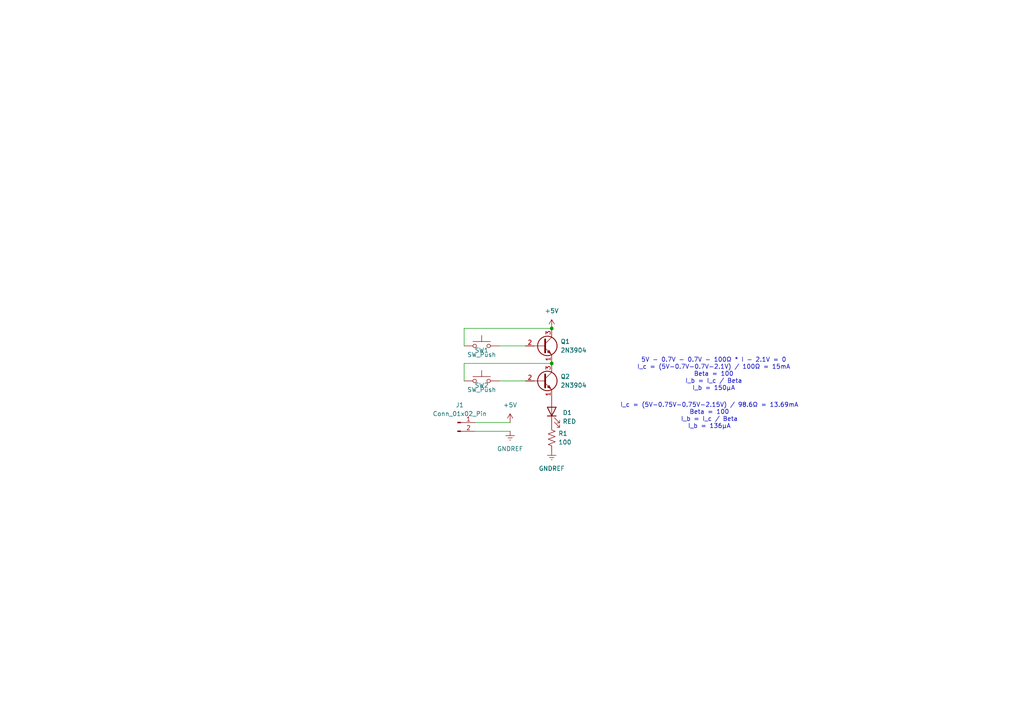
<source format=kicad_sch>
(kicad_sch
	(version 20250114)
	(generator "eeschema")
	(generator_version "9.0")
	(uuid "7898c309-9a02-4e5e-9166-a71ff5c245f6")
	(paper "A4")
	(lib_symbols
		(symbol "Connector:Conn_01x02_Pin"
			(pin_names
				(offset 1.016)
				(hide yes)
			)
			(exclude_from_sim no)
			(in_bom yes)
			(on_board yes)
			(property "Reference" "J"
				(at 0 2.54 0)
				(effects
					(font
						(size 1.27 1.27)
					)
				)
			)
			(property "Value" "Conn_01x02_Pin"
				(at 0 -5.08 0)
				(effects
					(font
						(size 1.27 1.27)
					)
				)
			)
			(property "Footprint" ""
				(at 0 0 0)
				(effects
					(font
						(size 1.27 1.27)
					)
					(hide yes)
				)
			)
			(property "Datasheet" "~"
				(at 0 0 0)
				(effects
					(font
						(size 1.27 1.27)
					)
					(hide yes)
				)
			)
			(property "Description" "Generic connector, single row, 01x02, script generated"
				(at 0 0 0)
				(effects
					(font
						(size 1.27 1.27)
					)
					(hide yes)
				)
			)
			(property "ki_locked" ""
				(at 0 0 0)
				(effects
					(font
						(size 1.27 1.27)
					)
				)
			)
			(property "ki_keywords" "connector"
				(at 0 0 0)
				(effects
					(font
						(size 1.27 1.27)
					)
					(hide yes)
				)
			)
			(property "ki_fp_filters" "Connector*:*_1x??_*"
				(at 0 0 0)
				(effects
					(font
						(size 1.27 1.27)
					)
					(hide yes)
				)
			)
			(symbol "Conn_01x02_Pin_1_1"
				(rectangle
					(start 0.8636 0.127)
					(end 0 -0.127)
					(stroke
						(width 0.1524)
						(type default)
					)
					(fill
						(type outline)
					)
				)
				(rectangle
					(start 0.8636 -2.413)
					(end 0 -2.667)
					(stroke
						(width 0.1524)
						(type default)
					)
					(fill
						(type outline)
					)
				)
				(polyline
					(pts
						(xy 1.27 0) (xy 0.8636 0)
					)
					(stroke
						(width 0.1524)
						(type default)
					)
					(fill
						(type none)
					)
				)
				(polyline
					(pts
						(xy 1.27 -2.54) (xy 0.8636 -2.54)
					)
					(stroke
						(width 0.1524)
						(type default)
					)
					(fill
						(type none)
					)
				)
				(pin passive line
					(at 5.08 0 180)
					(length 3.81)
					(name "Pin_1"
						(effects
							(font
								(size 1.27 1.27)
							)
						)
					)
					(number "1"
						(effects
							(font
								(size 1.27 1.27)
							)
						)
					)
				)
				(pin passive line
					(at 5.08 -2.54 180)
					(length 3.81)
					(name "Pin_2"
						(effects
							(font
								(size 1.27 1.27)
							)
						)
					)
					(number "2"
						(effects
							(font
								(size 1.27 1.27)
							)
						)
					)
				)
			)
			(embedded_fonts no)
		)
		(symbol "Device:LED"
			(pin_numbers
				(hide yes)
			)
			(pin_names
				(offset 1.016)
				(hide yes)
			)
			(exclude_from_sim no)
			(in_bom yes)
			(on_board yes)
			(property "Reference" "D"
				(at 0 2.54 0)
				(effects
					(font
						(size 1.27 1.27)
					)
				)
			)
			(property "Value" "LED"
				(at 0 -2.54 0)
				(effects
					(font
						(size 1.27 1.27)
					)
				)
			)
			(property "Footprint" ""
				(at 0 0 0)
				(effects
					(font
						(size 1.27 1.27)
					)
					(hide yes)
				)
			)
			(property "Datasheet" "~"
				(at 0 0 0)
				(effects
					(font
						(size 1.27 1.27)
					)
					(hide yes)
				)
			)
			(property "Description" "Light emitting diode"
				(at 0 0 0)
				(effects
					(font
						(size 1.27 1.27)
					)
					(hide yes)
				)
			)
			(property "Sim.Pins" "1=K 2=A"
				(at 0 0 0)
				(effects
					(font
						(size 1.27 1.27)
					)
					(hide yes)
				)
			)
			(property "ki_keywords" "LED diode"
				(at 0 0 0)
				(effects
					(font
						(size 1.27 1.27)
					)
					(hide yes)
				)
			)
			(property "ki_fp_filters" "LED* LED_SMD:* LED_THT:*"
				(at 0 0 0)
				(effects
					(font
						(size 1.27 1.27)
					)
					(hide yes)
				)
			)
			(symbol "LED_0_1"
				(polyline
					(pts
						(xy -3.048 -0.762) (xy -4.572 -2.286) (xy -3.81 -2.286) (xy -4.572 -2.286) (xy -4.572 -1.524)
					)
					(stroke
						(width 0)
						(type default)
					)
					(fill
						(type none)
					)
				)
				(polyline
					(pts
						(xy -1.778 -0.762) (xy -3.302 -2.286) (xy -2.54 -2.286) (xy -3.302 -2.286) (xy -3.302 -1.524)
					)
					(stroke
						(width 0)
						(type default)
					)
					(fill
						(type none)
					)
				)
				(polyline
					(pts
						(xy -1.27 0) (xy 1.27 0)
					)
					(stroke
						(width 0)
						(type default)
					)
					(fill
						(type none)
					)
				)
				(polyline
					(pts
						(xy -1.27 -1.27) (xy -1.27 1.27)
					)
					(stroke
						(width 0.254)
						(type default)
					)
					(fill
						(type none)
					)
				)
				(polyline
					(pts
						(xy 1.27 -1.27) (xy 1.27 1.27) (xy -1.27 0) (xy 1.27 -1.27)
					)
					(stroke
						(width 0.254)
						(type default)
					)
					(fill
						(type none)
					)
				)
			)
			(symbol "LED_1_1"
				(pin passive line
					(at -3.81 0 0)
					(length 2.54)
					(name "K"
						(effects
							(font
								(size 1.27 1.27)
							)
						)
					)
					(number "1"
						(effects
							(font
								(size 1.27 1.27)
							)
						)
					)
				)
				(pin passive line
					(at 3.81 0 180)
					(length 2.54)
					(name "A"
						(effects
							(font
								(size 1.27 1.27)
							)
						)
					)
					(number "2"
						(effects
							(font
								(size 1.27 1.27)
							)
						)
					)
				)
			)
			(embedded_fonts no)
		)
		(symbol "Device:R_US"
			(pin_numbers
				(hide yes)
			)
			(pin_names
				(offset 0)
			)
			(exclude_from_sim no)
			(in_bom yes)
			(on_board yes)
			(property "Reference" "R"
				(at 2.54 0 90)
				(effects
					(font
						(size 1.27 1.27)
					)
				)
			)
			(property "Value" "R_US"
				(at -2.54 0 90)
				(effects
					(font
						(size 1.27 1.27)
					)
				)
			)
			(property "Footprint" ""
				(at 1.016 -0.254 90)
				(effects
					(font
						(size 1.27 1.27)
					)
					(hide yes)
				)
			)
			(property "Datasheet" "~"
				(at 0 0 0)
				(effects
					(font
						(size 1.27 1.27)
					)
					(hide yes)
				)
			)
			(property "Description" "Resistor, US symbol"
				(at 0 0 0)
				(effects
					(font
						(size 1.27 1.27)
					)
					(hide yes)
				)
			)
			(property "ki_keywords" "R res resistor"
				(at 0 0 0)
				(effects
					(font
						(size 1.27 1.27)
					)
					(hide yes)
				)
			)
			(property "ki_fp_filters" "R_*"
				(at 0 0 0)
				(effects
					(font
						(size 1.27 1.27)
					)
					(hide yes)
				)
			)
			(symbol "R_US_0_1"
				(polyline
					(pts
						(xy 0 2.286) (xy 0 2.54)
					)
					(stroke
						(width 0)
						(type default)
					)
					(fill
						(type none)
					)
				)
				(polyline
					(pts
						(xy 0 2.286) (xy 1.016 1.905) (xy 0 1.524) (xy -1.016 1.143) (xy 0 0.762)
					)
					(stroke
						(width 0)
						(type default)
					)
					(fill
						(type none)
					)
				)
				(polyline
					(pts
						(xy 0 0.762) (xy 1.016 0.381) (xy 0 0) (xy -1.016 -0.381) (xy 0 -0.762)
					)
					(stroke
						(width 0)
						(type default)
					)
					(fill
						(type none)
					)
				)
				(polyline
					(pts
						(xy 0 -0.762) (xy 1.016 -1.143) (xy 0 -1.524) (xy -1.016 -1.905) (xy 0 -2.286)
					)
					(stroke
						(width 0)
						(type default)
					)
					(fill
						(type none)
					)
				)
				(polyline
					(pts
						(xy 0 -2.286) (xy 0 -2.54)
					)
					(stroke
						(width 0)
						(type default)
					)
					(fill
						(type none)
					)
				)
			)
			(symbol "R_US_1_1"
				(pin passive line
					(at 0 3.81 270)
					(length 1.27)
					(name "~"
						(effects
							(font
								(size 1.27 1.27)
							)
						)
					)
					(number "1"
						(effects
							(font
								(size 1.27 1.27)
							)
						)
					)
				)
				(pin passive line
					(at 0 -3.81 90)
					(length 1.27)
					(name "~"
						(effects
							(font
								(size 1.27 1.27)
							)
						)
					)
					(number "2"
						(effects
							(font
								(size 1.27 1.27)
							)
						)
					)
				)
			)
			(embedded_fonts no)
		)
		(symbol "Switch:SW_Push"
			(pin_numbers
				(hide yes)
			)
			(pin_names
				(offset 1.016)
				(hide yes)
			)
			(exclude_from_sim no)
			(in_bom yes)
			(on_board yes)
			(property "Reference" "SW"
				(at 1.27 2.54 0)
				(effects
					(font
						(size 1.27 1.27)
					)
					(justify left)
				)
			)
			(property "Value" "SW_Push"
				(at 0 -1.524 0)
				(effects
					(font
						(size 1.27 1.27)
					)
				)
			)
			(property "Footprint" ""
				(at 0 5.08 0)
				(effects
					(font
						(size 1.27 1.27)
					)
					(hide yes)
				)
			)
			(property "Datasheet" "~"
				(at 0 5.08 0)
				(effects
					(font
						(size 1.27 1.27)
					)
					(hide yes)
				)
			)
			(property "Description" "Push button switch, generic, two pins"
				(at 0 0 0)
				(effects
					(font
						(size 1.27 1.27)
					)
					(hide yes)
				)
			)
			(property "ki_keywords" "switch normally-open pushbutton push-button"
				(at 0 0 0)
				(effects
					(font
						(size 1.27 1.27)
					)
					(hide yes)
				)
			)
			(symbol "SW_Push_0_1"
				(circle
					(center -2.032 0)
					(radius 0.508)
					(stroke
						(width 0)
						(type default)
					)
					(fill
						(type none)
					)
				)
				(polyline
					(pts
						(xy 0 1.27) (xy 0 3.048)
					)
					(stroke
						(width 0)
						(type default)
					)
					(fill
						(type none)
					)
				)
				(circle
					(center 2.032 0)
					(radius 0.508)
					(stroke
						(width 0)
						(type default)
					)
					(fill
						(type none)
					)
				)
				(polyline
					(pts
						(xy 2.54 1.27) (xy -2.54 1.27)
					)
					(stroke
						(width 0)
						(type default)
					)
					(fill
						(type none)
					)
				)
				(pin passive line
					(at -5.08 0 0)
					(length 2.54)
					(name "1"
						(effects
							(font
								(size 1.27 1.27)
							)
						)
					)
					(number "1"
						(effects
							(font
								(size 1.27 1.27)
							)
						)
					)
				)
				(pin passive line
					(at 5.08 0 180)
					(length 2.54)
					(name "2"
						(effects
							(font
								(size 1.27 1.27)
							)
						)
					)
					(number "2"
						(effects
							(font
								(size 1.27 1.27)
							)
						)
					)
				)
			)
			(embedded_fonts no)
		)
		(symbol "Transistor_BJT:2N3904"
			(pin_names
				(offset 0)
				(hide yes)
			)
			(exclude_from_sim no)
			(in_bom yes)
			(on_board yes)
			(property "Reference" "Q"
				(at 5.08 1.905 0)
				(effects
					(font
						(size 1.27 1.27)
					)
					(justify left)
				)
			)
			(property "Value" "2N3904"
				(at 5.08 0 0)
				(effects
					(font
						(size 1.27 1.27)
					)
					(justify left)
				)
			)
			(property "Footprint" "Package_TO_SOT_THT:TO-92_Inline"
				(at 5.08 -1.905 0)
				(effects
					(font
						(size 1.27 1.27)
						(italic yes)
					)
					(justify left)
					(hide yes)
				)
			)
			(property "Datasheet" "https://www.onsemi.com/pub/Collateral/2N3903-D.PDF"
				(at 0 0 0)
				(effects
					(font
						(size 1.27 1.27)
					)
					(justify left)
					(hide yes)
				)
			)
			(property "Description" "0.2A Ic, 40V Vce, Small Signal NPN Transistor, TO-92"
				(at 0 0 0)
				(effects
					(font
						(size 1.27 1.27)
					)
					(hide yes)
				)
			)
			(property "ki_keywords" "NPN Transistor"
				(at 0 0 0)
				(effects
					(font
						(size 1.27 1.27)
					)
					(hide yes)
				)
			)
			(property "ki_fp_filters" "TO?92*"
				(at 0 0 0)
				(effects
					(font
						(size 1.27 1.27)
					)
					(hide yes)
				)
			)
			(symbol "2N3904_0_1"
				(polyline
					(pts
						(xy -2.54 0) (xy 0.635 0)
					)
					(stroke
						(width 0)
						(type default)
					)
					(fill
						(type none)
					)
				)
				(polyline
					(pts
						(xy 0.635 1.905) (xy 0.635 -1.905)
					)
					(stroke
						(width 0.508)
						(type default)
					)
					(fill
						(type none)
					)
				)
				(circle
					(center 1.27 0)
					(radius 2.8194)
					(stroke
						(width 0.254)
						(type default)
					)
					(fill
						(type none)
					)
				)
			)
			(symbol "2N3904_1_1"
				(polyline
					(pts
						(xy 0.635 0.635) (xy 2.54 2.54)
					)
					(stroke
						(width 0)
						(type default)
					)
					(fill
						(type none)
					)
				)
				(polyline
					(pts
						(xy 0.635 -0.635) (xy 2.54 -2.54)
					)
					(stroke
						(width 0)
						(type default)
					)
					(fill
						(type none)
					)
				)
				(polyline
					(pts
						(xy 1.27 -1.778) (xy 1.778 -1.27) (xy 2.286 -2.286) (xy 1.27 -1.778)
					)
					(stroke
						(width 0)
						(type default)
					)
					(fill
						(type outline)
					)
				)
				(pin input line
					(at -5.08 0 0)
					(length 2.54)
					(name "B"
						(effects
							(font
								(size 1.27 1.27)
							)
						)
					)
					(number "2"
						(effects
							(font
								(size 1.27 1.27)
							)
						)
					)
				)
				(pin passive line
					(at 2.54 5.08 270)
					(length 2.54)
					(name "C"
						(effects
							(font
								(size 1.27 1.27)
							)
						)
					)
					(number "3"
						(effects
							(font
								(size 1.27 1.27)
							)
						)
					)
				)
				(pin passive line
					(at 2.54 -5.08 90)
					(length 2.54)
					(name "E"
						(effects
							(font
								(size 1.27 1.27)
							)
						)
					)
					(number "1"
						(effects
							(font
								(size 1.27 1.27)
							)
						)
					)
				)
			)
			(embedded_fonts no)
		)
		(symbol "power:GNDREF"
			(power)
			(pin_numbers
				(hide yes)
			)
			(pin_names
				(offset 0)
				(hide yes)
			)
			(exclude_from_sim no)
			(in_bom yes)
			(on_board yes)
			(property "Reference" "#PWR"
				(at 0 -6.35 0)
				(effects
					(font
						(size 1.27 1.27)
					)
					(hide yes)
				)
			)
			(property "Value" "GNDREF"
				(at 0 -3.81 0)
				(effects
					(font
						(size 1.27 1.27)
					)
				)
			)
			(property "Footprint" ""
				(at 0 0 0)
				(effects
					(font
						(size 1.27 1.27)
					)
					(hide yes)
				)
			)
			(property "Datasheet" ""
				(at 0 0 0)
				(effects
					(font
						(size 1.27 1.27)
					)
					(hide yes)
				)
			)
			(property "Description" "Power symbol creates a global label with name \"GNDREF\" , reference supply ground"
				(at 0 0 0)
				(effects
					(font
						(size 1.27 1.27)
					)
					(hide yes)
				)
			)
			(property "ki_keywords" "global power"
				(at 0 0 0)
				(effects
					(font
						(size 1.27 1.27)
					)
					(hide yes)
				)
			)
			(symbol "GNDREF_0_1"
				(polyline
					(pts
						(xy -0.635 -1.905) (xy 0.635 -1.905)
					)
					(stroke
						(width 0)
						(type default)
					)
					(fill
						(type none)
					)
				)
				(polyline
					(pts
						(xy -0.127 -2.54) (xy 0.127 -2.54)
					)
					(stroke
						(width 0)
						(type default)
					)
					(fill
						(type none)
					)
				)
				(polyline
					(pts
						(xy 0 -1.27) (xy 0 0)
					)
					(stroke
						(width 0)
						(type default)
					)
					(fill
						(type none)
					)
				)
				(polyline
					(pts
						(xy 1.27 -1.27) (xy -1.27 -1.27)
					)
					(stroke
						(width 0)
						(type default)
					)
					(fill
						(type none)
					)
				)
			)
			(symbol "GNDREF_1_1"
				(pin power_in line
					(at 0 0 270)
					(length 0)
					(name "~"
						(effects
							(font
								(size 1.27 1.27)
							)
						)
					)
					(number "1"
						(effects
							(font
								(size 1.27 1.27)
							)
						)
					)
				)
			)
			(embedded_fonts no)
		)
		(symbol "power:VCC"
			(power)
			(pin_numbers
				(hide yes)
			)
			(pin_names
				(offset 0)
				(hide yes)
			)
			(exclude_from_sim no)
			(in_bom yes)
			(on_board yes)
			(property "Reference" "#PWR"
				(at 0 -3.81 0)
				(effects
					(font
						(size 1.27 1.27)
					)
					(hide yes)
				)
			)
			(property "Value" "VCC"
				(at 0 3.556 0)
				(effects
					(font
						(size 1.27 1.27)
					)
				)
			)
			(property "Footprint" ""
				(at 0 0 0)
				(effects
					(font
						(size 1.27 1.27)
					)
					(hide yes)
				)
			)
			(property "Datasheet" ""
				(at 0 0 0)
				(effects
					(font
						(size 1.27 1.27)
					)
					(hide yes)
				)
			)
			(property "Description" "Power symbol creates a global label with name \"VCC\""
				(at 0 0 0)
				(effects
					(font
						(size 1.27 1.27)
					)
					(hide yes)
				)
			)
			(property "ki_keywords" "global power"
				(at 0 0 0)
				(effects
					(font
						(size 1.27 1.27)
					)
					(hide yes)
				)
			)
			(symbol "VCC_0_1"
				(polyline
					(pts
						(xy -0.762 1.27) (xy 0 2.54)
					)
					(stroke
						(width 0)
						(type default)
					)
					(fill
						(type none)
					)
				)
				(polyline
					(pts
						(xy 0 2.54) (xy 0.762 1.27)
					)
					(stroke
						(width 0)
						(type default)
					)
					(fill
						(type none)
					)
				)
				(polyline
					(pts
						(xy 0 0) (xy 0 2.54)
					)
					(stroke
						(width 0)
						(type default)
					)
					(fill
						(type none)
					)
				)
			)
			(symbol "VCC_1_1"
				(pin power_in line
					(at 0 0 90)
					(length 0)
					(name "~"
						(effects
							(font
								(size 1.27 1.27)
							)
						)
					)
					(number "1"
						(effects
							(font
								(size 1.27 1.27)
							)
						)
					)
				)
			)
			(embedded_fonts no)
		)
	)
	(text "I_c = (5V-0.75V-0.75V-2.15V) / 98.6Ω = 13.69mA\nBeta = 100\nI_b = I_c / Beta\nI_b = 136µA"
		(exclude_from_sim no)
		(at 205.74 120.65 0)
		(effects
			(font
				(size 1.27 1.27)
			)
		)
		(uuid "ea8c3007-e98a-42fe-b488-96d924a757a2")
	)
	(text "5V - 0.7V - 0.7V - 100Ω * I - 2.1V = 0\nI_c = (5V-0.7V-0.7V-2.1V) / 100Ω = 15mA\nBeta = 100\nI_b = I_c / Beta\nI_b = 150µA"
		(exclude_from_sim no)
		(at 207.01 108.585 0)
		(effects
			(font
				(size 1.27 1.27)
			)
		)
		(uuid "eddd9dfa-ea0e-48f1-b8f1-5225f2a6723f")
	)
	(junction
		(at 160.02 105.41)
		(diameter 0)
		(color 0 0 0 0)
		(uuid "0ef97038-02d5-4c18-b6a5-a3bdcc0d28ac")
	)
	(junction
		(at 160.02 95.25)
		(diameter 0)
		(color 0 0 0 0)
		(uuid "329a4cfa-5fc8-4f5b-9cd7-be4d754c00cc")
	)
	(wire
		(pts
			(xy 144.78 100.33) (xy 152.4 100.33)
		)
		(stroke
			(width 0)
			(type default)
		)
		(uuid "319d9ef3-75e6-42cb-a3a3-761d9bb9d42c")
	)
	(wire
		(pts
			(xy 134.62 100.33) (xy 134.62 95.25)
		)
		(stroke
			(width 0)
			(type default)
		)
		(uuid "6e685d71-acb1-4e73-92ec-62cbb8bee3ff")
	)
	(wire
		(pts
			(xy 137.795 125.095) (xy 147.955 125.095)
		)
		(stroke
			(width 0)
			(type default)
		)
		(uuid "8b0cd610-561d-49ca-bd1f-fed52582cd21")
	)
	(wire
		(pts
			(xy 134.62 105.41) (xy 160.02 105.41)
		)
		(stroke
			(width 0)
			(type default)
		)
		(uuid "9a7f869c-6d3b-44df-8cab-06a1fccf24b2")
	)
	(wire
		(pts
			(xy 134.62 105.41) (xy 134.62 110.49)
		)
		(stroke
			(width 0)
			(type default)
		)
		(uuid "9bfab227-2212-4952-a22d-ceb67df3d8a8")
	)
	(wire
		(pts
			(xy 134.62 95.25) (xy 160.02 95.25)
		)
		(stroke
			(width 0)
			(type default)
		)
		(uuid "c2359491-1bd3-400a-b5e8-1f8b8aca4923")
	)
	(wire
		(pts
			(xy 144.78 110.49) (xy 152.4 110.49)
		)
		(stroke
			(width 0)
			(type default)
		)
		(uuid "d5b36d2a-e96f-40de-95f1-b08f2ddadd7f")
	)
	(wire
		(pts
			(xy 137.795 122.555) (xy 147.955 122.555)
		)
		(stroke
			(width 0)
			(type default)
		)
		(uuid "eb87c870-4d17-485a-9aeb-1fd5eb658c7e")
	)
	(symbol
		(lib_id "Device:LED")
		(at 160.02 119.38 90)
		(unit 1)
		(exclude_from_sim no)
		(in_bom yes)
		(on_board yes)
		(dnp no)
		(fields_autoplaced yes)
		(uuid "04618c88-0ca6-43c7-bd11-e438f7d0f2ee")
		(property "Reference" "D1"
			(at 163.195 119.6975 90)
			(effects
				(font
					(size 1.27 1.27)
				)
				(justify right)
			)
		)
		(property "Value" "RED"
			(at 163.195 122.2375 90)
			(effects
				(font
					(size 1.27 1.27)
				)
				(justify right)
			)
		)
		(property "Footprint" "LED_THT:LED_D5.0mm"
			(at 160.02 119.38 0)
			(effects
				(font
					(size 1.27 1.27)
				)
				(hide yes)
			)
		)
		(property "Datasheet" "~"
			(at 160.02 119.38 0)
			(effects
				(font
					(size 1.27 1.27)
				)
				(hide yes)
			)
		)
		(property "Description" "Light emitting diode"
			(at 160.02 119.38 0)
			(effects
				(font
					(size 1.27 1.27)
				)
				(hide yes)
			)
		)
		(property "Sim.Pins" "1=K 2=A"
			(at 160.02 119.38 0)
			(effects
				(font
					(size 1.27 1.27)
				)
				(hide yes)
			)
		)
		(pin "1"
			(uuid "8cf761ba-7412-4834-bed1-9edec4caba55")
		)
		(pin "2"
			(uuid "d2321e13-5787-4590-bf1a-33fc7f636545")
		)
		(instances
			(project ""
				(path "/7898c309-9a02-4e5e-9166-a71ff5c245f6"
					(reference "D1")
					(unit 1)
				)
			)
		)
	)
	(symbol
		(lib_id "power:VCC")
		(at 147.955 122.555 0)
		(unit 1)
		(exclude_from_sim no)
		(in_bom yes)
		(on_board yes)
		(dnp no)
		(fields_autoplaced yes)
		(uuid "07e469a0-399f-41be-b8c2-6708ae9aa7a3")
		(property "Reference" "#PWR02"
			(at 147.955 126.365 0)
			(effects
				(font
					(size 1.27 1.27)
				)
				(hide yes)
			)
		)
		(property "Value" "+5V"
			(at 147.955 117.475 0)
			(effects
				(font
					(size 1.27 1.27)
				)
			)
		)
		(property "Footprint" ""
			(at 147.955 122.555 0)
			(effects
				(font
					(size 1.27 1.27)
				)
				(hide yes)
			)
		)
		(property "Datasheet" ""
			(at 147.955 122.555 0)
			(effects
				(font
					(size 1.27 1.27)
				)
				(hide yes)
			)
		)
		(property "Description" "Power symbol creates a global label with name \"VCC\""
			(at 147.955 122.555 0)
			(effects
				(font
					(size 1.27 1.27)
				)
				(hide yes)
			)
		)
		(pin "1"
			(uuid "1b586ae3-c1fb-40b3-a022-041433d390d2")
		)
		(instances
			(project "IEEE Student Workshop 1"
				(path "/7898c309-9a02-4e5e-9166-a71ff5c245f6"
					(reference "#PWR02")
					(unit 1)
				)
			)
		)
	)
	(symbol
		(lib_id "Device:R_US")
		(at 160.02 127 180)
		(unit 1)
		(exclude_from_sim no)
		(in_bom yes)
		(on_board yes)
		(dnp no)
		(fields_autoplaced yes)
		(uuid "0b60ec6b-8d2f-418e-928d-c4c7df174d67")
		(property "Reference" "R1"
			(at 161.925 125.73 0)
			(effects
				(font
					(size 1.27 1.27)
				)
				(justify right)
			)
		)
		(property "Value" "100"
			(at 161.925 128.27 0)
			(effects
				(font
					(size 1.27 1.27)
				)
				(justify right)
			)
		)
		(property "Footprint" "Resistor_THT:R_Axial_DIN0207_L6.3mm_D2.5mm_P7.62mm_Horizontal"
			(at 159.004 126.746 90)
			(effects
				(font
					(size 1.27 1.27)
				)
				(hide yes)
			)
		)
		(property "Datasheet" "https://www.te.com/usa-en/product-5-1676123-1.datasheet.pdf"
			(at 160.02 127 0)
			(effects
				(font
					(size 1.27 1.27)
				)
				(hide yes)
			)
		)
		(property "Description" "Resistor, US symbol"
			(at 160.02 127 0)
			(effects
				(font
					(size 1.27 1.27)
				)
				(hide yes)
			)
		)
		(pin "1"
			(uuid "e32e7dca-e20d-49e0-81b2-b5a80d801ae8")
		)
		(pin "2"
			(uuid "bfca5fb6-65a3-4d6c-884e-06440680e17a")
		)
		(instances
			(project "IEEE Student Workshop 1"
				(path "/7898c309-9a02-4e5e-9166-a71ff5c245f6"
					(reference "R1")
					(unit 1)
				)
			)
		)
	)
	(symbol
		(lib_id "Switch:SW_Push")
		(at 139.7 100.33 0)
		(unit 1)
		(exclude_from_sim no)
		(in_bom yes)
		(on_board yes)
		(dnp no)
		(uuid "1a23a2d0-86af-45cf-baad-5b57e59d458a")
		(property "Reference" "SW1"
			(at 139.7 101.6 0)
			(effects
				(font
					(size 1.27 1.27)
				)
			)
		)
		(property "Value" "SW_Push"
			(at 139.7 102.87 0)
			(effects
				(font
					(size 1.27 1.27)
				)
			)
		)
		(property "Footprint" "Button_Switch_THT:SW_PUSH_6mm"
			(at 139.7 95.25 0)
			(effects
				(font
					(size 1.27 1.27)
				)
				(hide yes)
			)
		)
		(property "Datasheet" "~"
			(at 139.7 95.25 0)
			(effects
				(font
					(size 1.27 1.27)
				)
				(hide yes)
			)
		)
		(property "Description" "Push button switch, generic, two pins"
			(at 139.7 100.33 0)
			(effects
				(font
					(size 1.27 1.27)
				)
				(hide yes)
			)
		)
		(pin "2"
			(uuid "55d8e8e7-7964-46ae-bc44-e768b83b648a")
		)
		(pin "1"
			(uuid "bddc849a-3c3a-4357-ad76-f9848dbeaf87")
		)
		(instances
			(project "IEEE Student Workshop 1"
				(path "/7898c309-9a02-4e5e-9166-a71ff5c245f6"
					(reference "SW1")
					(unit 1)
				)
			)
		)
	)
	(symbol
		(lib_id "power:GNDREF")
		(at 160.02 130.81 0)
		(unit 1)
		(exclude_from_sim no)
		(in_bom yes)
		(on_board yes)
		(dnp no)
		(fields_autoplaced yes)
		(uuid "4b045059-66c5-4cc2-82db-6004683d8094")
		(property "Reference" "#PWR04"
			(at 160.02 137.16 0)
			(effects
				(font
					(size 1.27 1.27)
				)
				(hide yes)
			)
		)
		(property "Value" "GNDREF"
			(at 160.02 135.89 0)
			(effects
				(font
					(size 1.27 1.27)
				)
			)
		)
		(property "Footprint" ""
			(at 160.02 130.81 0)
			(effects
				(font
					(size 1.27 1.27)
				)
				(hide yes)
			)
		)
		(property "Datasheet" ""
			(at 160.02 130.81 0)
			(effects
				(font
					(size 1.27 1.27)
				)
				(hide yes)
			)
		)
		(property "Description" "Power symbol creates a global label with name \"GNDREF\" , reference supply ground"
			(at 160.02 130.81 0)
			(effects
				(font
					(size 1.27 1.27)
				)
				(hide yes)
			)
		)
		(pin "1"
			(uuid "cfb27512-3638-492e-a6f8-5724e69a1730")
		)
		(instances
			(project ""
				(path "/7898c309-9a02-4e5e-9166-a71ff5c245f6"
					(reference "#PWR04")
					(unit 1)
				)
			)
		)
	)
	(symbol
		(lib_id "Transistor_BJT:2N3904")
		(at 157.48 100.33 0)
		(unit 1)
		(exclude_from_sim no)
		(in_bom yes)
		(on_board yes)
		(dnp no)
		(fields_autoplaced yes)
		(uuid "55ca9184-f321-4f3f-b8b4-4d33c2e94fb0")
		(property "Reference" "Q1"
			(at 162.56 99.06 0)
			(effects
				(font
					(size 1.27 1.27)
				)
				(justify left)
			)
		)
		(property "Value" "2N3904"
			(at 162.56 101.6 0)
			(effects
				(font
					(size 1.27 1.27)
				)
				(justify left)
			)
		)
		(property "Footprint" "Package_TO_SOT_THT:TO-92_Inline"
			(at 162.56 102.235 0)
			(effects
				(font
					(size 1.27 1.27)
					(italic yes)
				)
				(justify left)
				(hide yes)
			)
		)
		(property "Datasheet" "https://diotec.com/request/datasheet/bc546.pdf"
			(at 157.48 100.33 0)
			(effects
				(font
					(size 1.27 1.27)
				)
				(justify left)
				(hide yes)
			)
		)
		(property "Description" "0.2A Ic, 40V Vce, Small Signal NPN Transistor, TO-92"
			(at 157.48 100.33 0)
			(effects
				(font
					(size 1.27 1.27)
				)
				(hide yes)
			)
		)
		(pin "1"
			(uuid "f1dd8127-e09f-43bf-8ff1-7f92cb12030d")
		)
		(pin "2"
			(uuid "165774f7-0ae1-4c13-8902-ce23bb76ce42")
		)
		(pin "3"
			(uuid "3af4d500-997e-40e5-9338-986eba4f4aad")
		)
		(instances
			(project ""
				(path "/7898c309-9a02-4e5e-9166-a71ff5c245f6"
					(reference "Q1")
					(unit 1)
				)
			)
		)
	)
	(symbol
		(lib_id "Transistor_BJT:2N3904")
		(at 157.48 110.49 0)
		(unit 1)
		(exclude_from_sim no)
		(in_bom yes)
		(on_board yes)
		(dnp no)
		(fields_autoplaced yes)
		(uuid "61660ace-185a-47b0-b866-93b8591b080e")
		(property "Reference" "Q2"
			(at 162.56 109.22 0)
			(effects
				(font
					(size 1.27 1.27)
				)
				(justify left)
			)
		)
		(property "Value" "2N3904"
			(at 162.56 111.76 0)
			(effects
				(font
					(size 1.27 1.27)
				)
				(justify left)
			)
		)
		(property "Footprint" "Package_TO_SOT_THT:TO-92_Inline"
			(at 162.56 112.395 0)
			(effects
				(font
					(size 1.27 1.27)
					(italic yes)
				)
				(justify left)
				(hide yes)
			)
		)
		(property "Datasheet" "https://diotec.com/request/datasheet/bc546.pdf"
			(at 157.48 110.49 0)
			(effects
				(font
					(size 1.27 1.27)
				)
				(justify left)
				(hide yes)
			)
		)
		(property "Description" "0.2A Ic, 40V Vce, Small Signal NPN Transistor, TO-92"
			(at 157.48 110.49 0)
			(effects
				(font
					(size 1.27 1.27)
				)
				(hide yes)
			)
		)
		(pin "1"
			(uuid "02a95449-ce96-47fb-a6b6-91d4dc44dfc9")
		)
		(pin "2"
			(uuid "4e6844fb-53fc-461a-abea-7ad39e07dbe1")
		)
		(pin "3"
			(uuid "ea371c03-c8f5-4701-a517-70a8f7f825ef")
		)
		(instances
			(project "IEEE Student Workshop 1"
				(path "/7898c309-9a02-4e5e-9166-a71ff5c245f6"
					(reference "Q2")
					(unit 1)
				)
			)
		)
	)
	(symbol
		(lib_id "power:VCC")
		(at 160.02 95.25 0)
		(unit 1)
		(exclude_from_sim no)
		(in_bom yes)
		(on_board yes)
		(dnp no)
		(fields_autoplaced yes)
		(uuid "647761d9-db5a-4566-ae73-1eeb1a021e44")
		(property "Reference" "#PWR01"
			(at 160.02 99.06 0)
			(effects
				(font
					(size 1.27 1.27)
				)
				(hide yes)
			)
		)
		(property "Value" "+5V"
			(at 160.02 90.17 0)
			(effects
				(font
					(size 1.27 1.27)
				)
			)
		)
		(property "Footprint" ""
			(at 160.02 95.25 0)
			(effects
				(font
					(size 1.27 1.27)
				)
				(hide yes)
			)
		)
		(property "Datasheet" ""
			(at 160.02 95.25 0)
			(effects
				(font
					(size 1.27 1.27)
				)
				(hide yes)
			)
		)
		(property "Description" "Power symbol creates a global label with name \"VCC\""
			(at 160.02 95.25 0)
			(effects
				(font
					(size 1.27 1.27)
				)
				(hide yes)
			)
		)
		(pin "1"
			(uuid "4bfa54b9-50ea-4086-802d-96421f592620")
		)
		(instances
			(project ""
				(path "/7898c309-9a02-4e5e-9166-a71ff5c245f6"
					(reference "#PWR01")
					(unit 1)
				)
			)
		)
	)
	(symbol
		(lib_id "Switch:SW_Push")
		(at 139.7 110.49 0)
		(unit 1)
		(exclude_from_sim no)
		(in_bom yes)
		(on_board yes)
		(dnp no)
		(uuid "65dcd31b-76e6-4c21-9a36-038fe1fd60ce")
		(property "Reference" "SW2"
			(at 139.7 111.76 0)
			(effects
				(font
					(size 1.27 1.27)
				)
			)
		)
		(property "Value" "SW_Push"
			(at 139.7 113.03 0)
			(effects
				(font
					(size 1.27 1.27)
				)
			)
		)
		(property "Footprint" "Button_Switch_THT:SW_PUSH_6mm"
			(at 139.7 105.41 0)
			(effects
				(font
					(size 1.27 1.27)
				)
				(hide yes)
			)
		)
		(property "Datasheet" "~"
			(at 139.7 105.41 0)
			(effects
				(font
					(size 1.27 1.27)
				)
				(hide yes)
			)
		)
		(property "Description" "Push button switch, generic, two pins"
			(at 139.7 110.49 0)
			(effects
				(font
					(size 1.27 1.27)
				)
				(hide yes)
			)
		)
		(pin "2"
			(uuid "4422e107-8517-4bed-958e-6330ac0f8fa0")
		)
		(pin "1"
			(uuid "32688b73-b9e4-4328-b48a-808070b125cf")
		)
		(instances
			(project ""
				(path "/7898c309-9a02-4e5e-9166-a71ff5c245f6"
					(reference "SW2")
					(unit 1)
				)
			)
		)
	)
	(symbol
		(lib_id "power:GNDREF")
		(at 147.955 125.095 0)
		(unit 1)
		(exclude_from_sim no)
		(in_bom yes)
		(on_board yes)
		(dnp no)
		(fields_autoplaced yes)
		(uuid "bc53ad2d-54e9-4891-8576-5db46602c67e")
		(property "Reference" "#PWR03"
			(at 147.955 131.445 0)
			(effects
				(font
					(size 1.27 1.27)
				)
				(hide yes)
			)
		)
		(property "Value" "GNDREF"
			(at 147.955 130.175 0)
			(effects
				(font
					(size 1.27 1.27)
				)
			)
		)
		(property "Footprint" ""
			(at 147.955 125.095 0)
			(effects
				(font
					(size 1.27 1.27)
				)
				(hide yes)
			)
		)
		(property "Datasheet" ""
			(at 147.955 125.095 0)
			(effects
				(font
					(size 1.27 1.27)
				)
				(hide yes)
			)
		)
		(property "Description" "Power symbol creates a global label with name \"GNDREF\" , reference supply ground"
			(at 147.955 125.095 0)
			(effects
				(font
					(size 1.27 1.27)
				)
				(hide yes)
			)
		)
		(pin "1"
			(uuid "2b9d076e-9901-4880-9487-7d399fc974cc")
		)
		(instances
			(project "IEEE Student Workshop 1"
				(path "/7898c309-9a02-4e5e-9166-a71ff5c245f6"
					(reference "#PWR03")
					(unit 1)
				)
			)
		)
	)
	(symbol
		(lib_id "Connector:Conn_01x02_Pin")
		(at 132.715 122.555 0)
		(unit 1)
		(exclude_from_sim no)
		(in_bom no)
		(on_board yes)
		(dnp no)
		(fields_autoplaced yes)
		(uuid "e150ba8e-21f8-438e-b9f3-b8516a00d5fd")
		(property "Reference" "J1"
			(at 133.35 117.475 0)
			(effects
				(font
					(size 1.27 1.27)
				)
			)
		)
		(property "Value" "Conn_01x02_Pin"
			(at 133.35 120.015 0)
			(effects
				(font
					(size 1.27 1.27)
				)
			)
		)
		(property "Footprint" "Connector_PinHeader_2.54mm:PinHeader_1x02_P2.54mm_Vertical"
			(at 132.715 122.555 0)
			(effects
				(font
					(size 1.27 1.27)
				)
				(hide yes)
			)
		)
		(property "Datasheet" "~"
			(at 132.715 122.555 0)
			(effects
				(font
					(size 1.27 1.27)
				)
				(hide yes)
			)
		)
		(property "Description" "Generic connector, single row, 01x02, script generated"
			(at 132.715 122.555 0)
			(effects
				(font
					(size 1.27 1.27)
				)
				(hide yes)
			)
		)
		(pin "2"
			(uuid "c7cf1f89-cbc0-4f38-8faa-7d914e34ed88")
		)
		(pin "1"
			(uuid "06ee6981-5ec0-4eb7-87b3-87f2a7f2f391")
		)
		(instances
			(project ""
				(path "/7898c309-9a02-4e5e-9166-a71ff5c245f6"
					(reference "J1")
					(unit 1)
				)
			)
		)
	)
	(sheet_instances
		(path "/"
			(page "1")
		)
	)
	(embedded_fonts no)
)

</source>
